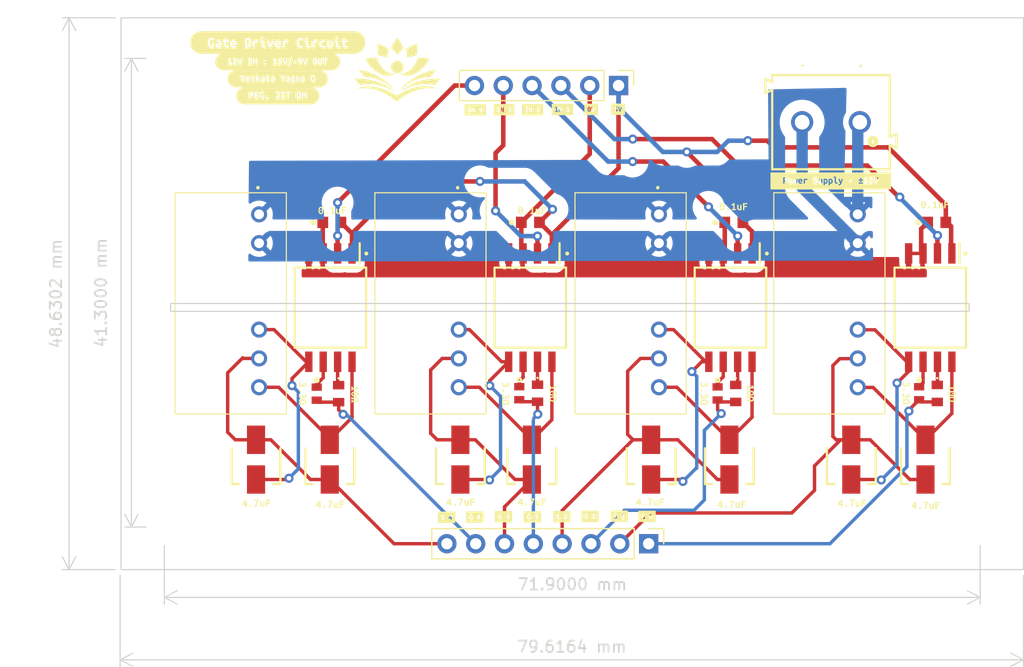
<source format=kicad_pcb>
(kicad_pcb (version 20221018) (generator pcbnew)
  (layers (0 "F.Cu" signal) (31 "B.Cu" signal) (34 "B.Paste" user) (35 "F.Paste" user) (36 "B.SilkS" user "B.Silkscreen") (37 "F.SilkS" user "F.Silkscreen") (38 "B.Mask" user) (39 "F.Mask" user) (44 "Edge.Cuts" user))
  (net 0 "")
  (net 1 "0V")
  (net 2 "5V")
  (net 3 "Net-(IC1-VCC2)")
  (net 4 "TS3")
  (net 5 "Net-(IC1-VEE2)")
  (net 6 "Net-(IC2-VCC2)")
  (net 7 "TS4")
  (net 8 "Net-(IC2-VEE2)")
  (net 9 "Net-(IC3-VCC2)")
  (net 10 "TS5")
  (net 11 "Net-(IC3-VEE2)")
  (net 12 "Net-(IC4-VCC2)")
  (net 13 "TS6")
  (net 14 "Net-(IC4-VEE2)")
  (net 15 "IN1")
  (net 16 "Net-(IC1-OUT-)")
  (net 17 "Net-(IC1-OUT+)")
  (net 18 "IN2")
  (net 19 "Net-(IC2-OUT-)")
  (net 20 "Net-(IC2-OUT+)")
  (net 21 "IN3")
  (net 22 "Net-(IC3-OUT-)")
  (net 23 "Net-(IC3-OUT+)")
  (net 24 "IN4")
  (net 25 "Net-(IC4-OUT-)")
  (net 26 "Net-(IC4-OUT+)")
  (net 27 "+12V")
  (net 28 "-12V")
  (net 29 "TG3")
  (net 30 "TG6")
  (net 31 "TG5")
  (net 32 "TG4")
  (footprint "Resistor_3R3:ERJUP3" (layer "F.Cu") (at 130.845 93.74 -90)
    (fp_text reference "R4" hide)
    (fp_text value "ERJ-UP3J3R3V" hide)
    (pad "1" smd rect (at -0.575 0 270) (size 0.65 0.9) (layers "F.Cu" "F.Paste" "F.Mask") (net 19 "Net-(IC2-OUT-)"))
    (pad "2" smd rect (at 0.575 0 270) (size 0.65 0.9) (layers "F.Cu" "F.Paste" "F.Mask") (net 32 "TG4"))
  )
  (footprint "691213510002:691213510002" (layer "F.Cu") (at 140.835 69.835 180)
    (fp_text reference "J1" hide)
    (fp_text value "691213510002" hide)
    (pad "1" thru_hole circle (at -2.54 0 180) (size 1.95 1.95) (drill 1.3) (layers "*.Cu" "*.Mask") (net 27 "+12V"))
    (pad "2" thru_hole circle (at 2.54 0 180) (size 1.95 1.95) (drill 1.3) (layers "*.Cu" "*.Mask") (net 28 "-12V"))
  )
  (footprint "Capacitor_SDM(4.7):EEE1AA220WR" (layer "F.Cu") (at 114.475 99.575 -90)
    (fp_text reference "C8" hide)
    (fp_text value "EEE1HA4R7WAR" hide)
    (pad "1" smd rect (at -1.75 0) (size 1.6 2.5) (layers "F.Cu" "F.Paste" "F.Mask") (net 9 "Net-(IC3-VCC2)"))
    (pad "2" smd rect (at 1.75 0) (size 1.6 2.5) (layers "F.Cu" "F.Paste" "F.Mask") (net 10 "TS5"))
  )
  (footprint "kibuzzard-6538C1B4" (layer "F.Cu") (at 94.265 93.745 -90)
    (fp_text reference "kibuzzard-6538C1B4" hide)
    (fp_text value "G***" hide)
  )
  (footprint "kibuzzard-6538C1AB" (layer "F.Cu") (at 98.885 93.815 -90)
    (fp_text reference "kibuzzard-6538C1AB" hide)
    (fp_text value "G***" hide)
  )
  (footprint "Resistor(10ohms):RCS0603_E3" (layer "F.Cu") (at 97.445 93.76 -90)
    (fp_text reference "R7" hide)
    (fp_text value "RCS060310R0JNEA" hide)
    (pad "1" smd rect (at -0.75 0 270) (size 0.75 1) (layers "F.Cu" "F.Paste" "F.Mask") (net 26 "Net-(IC4-OUT+)"))
    (pad "2" smd rect (at 0.75 0 270) (size 0.75 1) (layers "F.Cu" "F.Paste" "F.Mask") (net 30 "TG6"))
  )
  (footprint "kibuzzard-6538C1AB" (layer "F.Cu") (at 151.515 93.765 -90)
    (fp_text reference "kibuzzard-6538C1AB" hide)
    (fp_text value "G***" hide)
  )
  (footprint "kibuzzard-6538C1C8" (layer "F.Cu") (at 143.445 64.885)
    (fp_text reference "kibuzzard-6538C1C8" hide)
    (fp_text value "G***" hide)
  )
  (footprint "kibuzzard-6538C299" (layer "F.Cu") (at 109.48 68.755)
    (fp_text reference "kibuzzard-6538C299" hide)
    (fp_text value "G***" hide)
  )
  (footprint "kibuzzard-654732F0" (layer "F.Cu") (at 92.075 64.515)
    (fp_text reference "kibuzzard-654732F0" hide)
    (fp_text value "G***" hide)
  )
  (footprint "kibuzzard-6538C2DE" (layer "F.Cu") (at 117.115 104.605)
    (fp_text reference "kibuzzard-6538C2DE" hide)
    (fp_text value "G***" hide)
  )
  (footprint "kibuzzard-6538C335" (layer "F.Cu") (at 106.955 104.655)
    (fp_text reference "kibuzzard-6538C335" hide)
    (fp_text value "G***" hide)
  )
  (footprint "Capacitor_SDM(4.7):EEE1AA220WR" (layer "F.Cu") (at 149.165 99.575 -90)
    (fp_text reference "C2" hide)
    (fp_text value "EEE1HA4R7WAR" hide)
    (pad "1" smd rect (at -1.75 0) (size 1.6 2.5) (layers "F.Cu" "F.Paste" "F.Mask") (net 3 "Net-(IC1-VCC2)"))
    (pad "2" smd rect (at 1.75 0) (size 1.6 2.5) (layers "F.Cu" "F.Paste" "F.Mask") (net 4 "TS3"))
  )
  (footprint "kibuzzard-6538C1CF" (layer "F.Cu") (at 138.315 64.845)
    (fp_text reference "kibuzzard-6538C1CF" hide)
    (fp_text value "G***" hide)
  )
  (footprint "kibuzzard-6538C1B4" (layer "F.Cu") (at 147.475 93.715 -90)
    (fp_text reference "kibuzzard-6538C1B4" hide)
    (fp_text value "G***" hide)
  )
  (footprint "Connector_PinHeader_2.54mm:PinHeader_1x06_P2.54mm_Vertical" (layer "F.Cu") (at 122.115 66.605 -90)
    (fp_text reference "J2" hide)
    (fp_text value "Conn_01x06_Pin" hide)
    (pad "1" thru_hole rect (at 0 0 270) (size 1.7 1.7) (drill 1) (layers "*.Cu" "*.Mask") (net 2 "5V"))
    (pad "2" thru_hole oval (at 0 2.54 270) (size 1.7 1.7) (drill 1) (layers "*.Cu" "*.Mask") (net 1 "0V"))
    (pad "3" thru_hole oval (at 0 5.08 270) (size 1.7 1.7) (drill 1) (layers "*.Cu" "*.Mask") (net 15 "IN1"))
    (pad "4" thru_hole oval (at 0 7.62 270) (size 1.7 1.7) (drill 1) (layers "*.Cu" "*.Mask") (net 18 "IN2"))
    (pad "5" thru_hole oval (at 0 10.16 270) (size 1.7 1.7) (drill 1) (layers "*.Cu" "*.Mask") (net 21 "IN3"))
    (pad "6" thru_hole oval (at 0 12.7 270) (size 1.7 1.7) (drill 1) (layers "*.Cu" "*.Mask") (net 24 "IN4"))
  )
  (footprint "kibuzzard-6538C30F" (layer "F.Cu") (at 111.975 104.605)
    (fp_text reference "kibuzzard-6538C30F" hide)
    (fp_text value "G***" hide)
  )
  (footprint "Connector_PinHeader_2.54mm:PinHeader_1x08_P2.54mm_Vertical" (layer "F.Cu") (at 124.765 106.985 -90)
    (fp_text reference "J3" hide)
    (fp_text value "Conn_01x08_Pin" hide)
    (pad "1" thru_hole rect (at 0 0 270) (size 1.7 1.7) (drill 1) (layers "*.Cu" "*.Mask") (net 29 "TG3"))
    (pad "2" thru_hole oval (at 0 2.54 270) (size 1.7 1.7) (drill 1) (layers "*.Cu" "*.Mask") (net 4 "TS3"))
    (pad "3" thru_hole oval (at 0 5.08 270) (size 1.7 1.7) (drill 1) (layers "*.Cu" "*.Mask") (net 32 "TG4"))
    (pad "4" thru_hole oval (at 0 7.62 270) (size 1.7 1.7) (drill 1) (layers "*.Cu" "*.Mask") (net 7 "TS4"))
    (pad "5" thru_hole oval (at 0 10.16 270) (size 1.7 1.7) (drill 1) (layers "*.Cu" "*.Mask") (net 31 "TG5"))
    (pad "6" thru_hole oval (at 0 12.7 270) (size 1.7 1.7) (drill 1) (layers "*.Cu" "*.Mask") (net 10 "TS5"))
    (pad "7" thru_hole oval (at 0 15.24 270) (size 1.7 1.7) (drill 1) (layers "*.Cu" "*.Mask") (net 30 "TG6"))
    (pad "8" thru_hole oval (at 0 17.78 270) (size 1.7 1.7) (drill 1) (layers "*.Cu" "*.Mask") (net 13 "TS6"))
  )
  (footprint "kibuzzard-6541E0B2" (layer "F.Cu") (at 92.085 67.515)
    (fp_text reference "kibuzzard-6541E0B2" hide)
    (fp_text value "G***" hide)
  )
  (footprint "kibuzzard-6538C1BA" (layer "F.Cu") (at 114.485 103.315)
    (fp_text reference "kibuzzard-6538C1BA" hide)
    (fp_text value "G***" hide)
  )
  (footprint "Capacitor_SMD_film(0.1uF):C0603" (layer "F.Cu") (at 132.275 78.665)
    (fp_text reference "C1" hide)
    (fp_text value "C0603C104K3PACTU" hide)
    (pad "1" smd rect (at -0.8 0) (size 0.95 1) (layers "F.Cu" "F.Paste" "F.Mask") (net 1 "0V"))
    (pad "2" smd rect (at 0.8 0) (size 0.95 1) (layers "F.Cu" "F.Paste" "F.Mask") (net 2 "5V"))
  )
  (footprint "kibuzzard-6538C053" (layer "F.Cu") (at 152.685 81.415 -90)
    (fp_text reference "kibuzzard-6538C053" hide)
    (fp_text value "G***" hide)
  )
  (footprint "Power Supply_Gate Driver:R12P21503D" (layer "F.Cu") (at 108.035 77.955 -90)
    (fp_text reference "PS3" hide)
    (fp_text value "R12P21503D" hide)
    (pad "1" thru_hole circle (at 0 0 270) (size 1.414 1.414) (drill 0.87) (layers "*.Cu" "*.Mask") (net 27 "+12V"))
    (pad "2" thru_hole circle (at 2.54 0 270) (size 1.414 1.414) (drill 0.87) (layers "*.Cu" "*.Mask") (net 28 "-12V"))
    (pad "5" thru_hole circle (at 10.16 0 270) (size 1.414 1.414) (drill 0.87) (layers "*.Cu" "*.Mask") (net 11 "Net-(IC3-VEE2)"))
    (pad "6" thru_hole circle (at 12.7 0 270) (size 1.414 1.414) (drill 0.87) (layers "*.Cu" "*.Mask") (net 10 "TS5"))
    (pad "7" thru_hole circle (at 15.24 0 270) (size 1.414 1.414) (drill 0.87) (layers "*.Cu" "*.Mask") (net 9 "Net-(IC3-VCC2)"))
  )
  (footprint "Resistor_3R3:ERJUP3" (layer "F.Cu") (at 148.605 93.725 -90)
    (fp_text reference "R2" hide)
    (fp_text value "ERJ-UP3J3R3V" hide)
    (pad "1" smd rect (at -0.575 0 270) (size 0.65 0.9) (layers "F.Cu" "F.Paste" "F.Mask") (net 16 "Net-(IC1-OUT-)"))
    (pad "2" smd rect (at 0.575 0 270) (size 0.65 0.9) (layers "F.Cu" "F.Paste" "F.Mask") (net 29 "TG3"))
  )
  (footprint "kibuzzard-6538C2F6" (layer "F.Cu") (at 114.525 104.625)
    (fp_text reference "kibuzzard-6538C2F6" hide)
    (fp_text value "G***" hide)
  )
  (footprint "Gate driver IC:SOIC127P1030X265-8N" (layer "F.Cu") (at 149.585 86.175 -90)
    (fp_text reference "IC1" hide)
    (fp_text value "1ED3122MU12HXUMA1" hide)
    (pad "1" smd rect (at -4.775 -1.905) (size 0.65 1.8) (layers "F.Cu" "F.Paste" "F.Mask") (net 2 "5V"))
    (pad "2" smd rect (at -4.775 -0.635) (size 0.65 1.8) (layers "F.Cu" "F.Paste" "F.Mask") (net 15 "IN1"))
    (pad "3" smd rect (at -4.775 0.635) (size 0.65 1.8) (layers "F.Cu" "F.Paste" "F.Mask") (net 1 "0V"))
    (pad "4" smd rect (at -4.775 1.905) (size 0.65 1.8) (layers "F.Cu" "F.Paste" "F.Mask") (net 1 "0V"))
    (pad "5" smd rect (at 4.775 1.905) (size 0.65 1.8) (layers "F.Cu" "F.Paste" "F.Mask") (net 5 "Net-(IC1-VEE2)"))
    (pad "6" smd rect (at 4.775 0.635) (size 0.65 1.8) (layers "F.Cu" "F.Paste" "F.Mask") (net 16 "Net-(IC1-OUT-)"))
    (pad "7" smd rect (at 4.775 -0.635) (size 0.65 1.8) (layers "F.Cu" "F.Paste" "F.Mask") (net 17 "Net-(IC1-OUT+)"))
    (pad "8" smd rect (at 4.775 -1.905) (size 0.65 1.8) (layers "F.Cu" "F.Paste" "F.Mask") (net 3 "Net-(IC1-VCC2)"))
  )
  (footprint "kibuzzard-6538C2B9" (layer "F.Cu") (at 122.175 104.555)
    (fp_text reference "kibuzzard-6538C2B9" hide)
    (fp_text value "G***" hide)
  )
  (footprint "kibuzzard-6538C42C" (layer "F.Cu") (at 140.815 75.015)
    (fp_text reference "kibuzzard-6538C42C" hide)
    (fp_text value "G***" hide)
  )
  (footprint "kibuzzard-6538C049" (layer "F.Cu") (at 135.185 81.415 -90)
    (fp_text reference "kibuzzard-6538C049" hide)
    (fp_text value "G***" hide)
  )
  (footprint "Capacitor_SDM(4.7):EEE1AA220WR" (layer "F.Cu") (at 108.175 99.575 -90)
    (fp_text reference "C9" hide)
    (fp_text value "EEE1HA4R7WAR" hide)
    (pad "1" smd rect (at -1.75 0) (size 1.6 2.5) (layers "F.Cu" "F.Paste" "F.Mask") (net 10 "TS5"))
    (pad "2" smd rect (at 1.75 0) (size 1.6 2.5) (layers "F.Cu" "F.Paste" "F.Mask") (net 11 "Net-(IC3-VEE2)"))
  )
  (footprint "Resistor(10ohms):RCS0603_E3" (layer "F.Cu") (at 132.44 93.74 -90)
    (fp_text reference "R3" hide)
    (fp_text value "RCS060310R0JNEA" hide)
    (pad "1" smd rect (at -0.75 0 270) (size 0.75 1) (layers "F.Cu" "F.Paste" "F.Mask") (net 20 "Net-(IC2-OUT+)"))
    (pad "2" smd rect (at 0.75 0 270) (size 0.75 1) (layers "F.Cu" "F.Paste" "F.Mask") (net 32 "TG4"))
  )
  (footprint "kibuzzard-6538C1BA" (layer "F.Cu") (at 149.185 103.615)
    (fp_text reference "kibuzzard-6538C1BA" hide)
    (fp_text value "G***" hide)
  )
  (footprint "kibuzzard-6538C1BA" (layer "F.Cu") (at 108.185 103.315)
    (fp_text reference "kibuzzard-6538C1BA" hide)
    (fp_text value "G***" hide)
  )
  (footprint "Capacitor_SDM(4.7):EEE1AA220WR" (layer "F.Cu") (at 96.665 99.575 -90)
    (fp_text reference "C11" hide)
    (fp_text value "EEE1HA4R7WAR" hide)
    (pad "1" smd rect (at -1.75 0) (size 1.6 2.5) (layers "F.Cu" "F.Paste" "F.Mask") (net 12 "Net-(IC4-VCC2)"))
    (pad "2" smd rect (at 1.75 0) (size 1.6 2.5) (layers "F.Cu" "F.Paste" "F.Mask") (net 13 "TS6"))
  )
  (footprint "Resistor_3R3:ERJUP3" (layer "F.Cu") (at 113.365 93.72 -90)
    (fp_text reference "R6" hide)
    (fp_text value "ERJ-UP3J3R3V" hide)
    (pad "1" smd rect (at -0.575 0 270) (size 0.65 0.9) (layers "F.Cu" "F.Paste" "F.Mask") (net 22 "Net-(IC3-OUT-)"))
    (pad "2" smd rect (at 0.575 0 270) (size 0.65 0.9) (layers "F.Cu" "F.Paste" "F.Mask") (net 31 "TG5"))
  )
  (footprint "kibuzzard-6538C1BA" (layer "F.Cu") (at 142.685 103.415)
    (fp_text reference "kibuzzard-6538C1BA" hide)
    (fp_text value "G***" hide)
  )
  (footprint "kibuzzard-6538C37E" (layer "F.Cu") (at 96.885 77.615)
    (fp_text reference "kibuzzard-6538C37E" hide)
    (fp_text value "G***" hide)
  )
  (footprint "Capacitor_SMD_film(0.1uF):C0603" (layer "F.Cu") (at 114.345 78.665)
    (fp_text reference "C10" hide)
    (fp_text value "C0603C104K3PACTU" hide)
    (pad "1" smd rect (at -0.8 0) (size 0.95 1) (layers "F.Cu" "F.Paste" "F.Mask") (net 1 "0V"))
    (pad "2" smd rect (at 0.8 0) (size 0.95 1) (layers "F.Cu" "F.Paste" "F.Mask") (net 2 "5V"))
  )
  (footprint "Resistor_3R3:ERJUP3" (layer "F.Cu") (at 95.515 93.76 -90)
    (fp_text reference "R8" hide)
    (fp_text value "ERJ-UP3J3R3V" hide)
    (pad "1" smd rect (at -0.575 0 270) (size 0.65 0.9) (layers "F.Cu" "F.Paste" "F.Mask") (net 25 "Net-(IC4-OUT-)"))
    (pad "2" smd rect (at 0.575 0 270) (size 0.65 0.9) (layers "F.Cu" "F.Paste" "F.Mask") (net 30 "TG6"))
  )
  (footprint "Capacitor_SMD_film(0.1uF):C0603" (layer "F.Cu") (at 96.845 78.665)
    (fp_text reference "C7" hide)
    (fp_text value "C0603C104K3PACTU" hide)
    (pad "1" smd rect (at -0.8 0) (size 0.95 1) (layers "F.Cu" "F.Paste" "F.Mask") (net 1 "0V"))
    (pad "2" smd rect (at 0.8 0) (size 0.95 1) (layers "F.Cu" "F.Paste" "F.Mask") (net 2 "5V"))
  )
  (footprint "Capacitor_SDM(4.7):EEE1AA220WR" (layer "F.Cu") (at 142.625 99.575 -90)
    (fp_text reference "C3" hide)
    (fp_text value "EEE1HA4R7WAR" hide)
    (pad "1" smd rect (at -1.75 0) (size 1.6 2.5) (layers "F.Cu" "F.Paste" "F.Mask") (net 4 "TS3"))
    (pad "2" smd rect (at 1.75 0) (size 1.6 2.5) (layers "F.Cu" "F.Paste" "F.Mask") (net 5 "Net-(IC1-VEE2)"))
  )
  (footprint "kibuzzard-6538C1B4" (layer "F.Cu") (at 129.675 93.755 -90)
    (fp_text reference "kibuzzard-6538C1B4" hide)
    (fp_text value "G***" hide)
  )
  (footprint "Capacitor_SDM(4.7):EEE1AA220WR" (layer "F.Cu") (at 124.985 99.575 -90)
    (fp_text reference "C6" hide)
    (fp_text value "EEE1HA4R7WAR" hide)
    (pad "1" smd rect (at -1.75 0) (size 1.6 2.5) (layers "F.Cu" "F.Paste" "F.Mask") (net 7 "TS4"))
    (pad "2" smd rect (at 1.75 0) (size 1.6 2.5) (layers "F.Cu" "F.Paste" "F.Mask") (net 8 "Net-(IC2-VEE2)"))
  )
  (footprint "Capacitor_SMD_film(0.1uF):C0603" (layer "F.Cu") (at 150.155 78.665)
    (fp_text reference "C4" hide)
    (fp_text value "C0603C104K3PACTU" hide)
    (pad "1" smd rect (at -0.8 0) (size 0.95 1) (layers "F.Cu" "F.Paste" "F.Mask") (net 1 "0V"))
    (pad "2" smd rect (at 0.8 0) (size 0.95 1) (layers "F.Cu" "F.Paste" "F.Mask") (net 2 "5V"))
  )
  (footprint "kibuzzard-6538C287" (layer "F.Cu") (at 112.025 68.735)
    (fp_text reference "kibuzzard-6538C287" hide)
    (fp_text value "G***" hide)
  )
  (footprint "kibuzzard-6538C37E" (layer "F.Cu") (at 132.245 77.275)
    (fp_text reference "kibuzzard-6538C37E" hide)
    (fp_text value "G***" hide)
  )
  (footprint "MountingHole:MountingHole_3.2mm_M3" (layer "F.Cu") (at 82.085 64.215 -90)
    (fp_text reference "H4" hide)
    (fp_text value "MountingHole")
    (pad "" np_thru_hole circle (at 0 0 270) (size 3.2 3.2) (drill 3.2) (layers "*.Cu" "*.Mask"))
  )
  (footprint "Gate driver IC:SOIC127P1030X265-8N" (layer "F.Cu") (at 96.72 86.175 -90)
    (fp_text reference "IC4" hide)
    (fp_text value "1ED3122MU12HXUMA1" hide)
    (pad "1" smd rect (at -4.775 -1.905) (size 0.65 1.8) (layers "F.Cu" "F.Paste" "F.Mask") (net 2 "5V"))
    (pad "2" smd rect (at -4.775 -0.635) (size 0.65 1.8) (layers "F.Cu" "F.Paste" "F.Mask") (net 24 "IN4"))
    (pad "3" smd rect (at -4.775 0.635) (size 0.65 1.8) (layers "F.Cu" "F.Paste" "F.Mask") (net 1 "0V"))
    (pad "4" smd rect (at -4.775 1.905) (size 0.65 1.8) (layers "F.Cu" "F.Paste" "F.Mask") (net 1 "0V"))
    (pad "5" smd rect (at 4.775 1.905) (size 0.65 1.8) (layers "F.Cu" "F.Paste" "F.Mask") (net 14 "Net-(IC4-VEE2)"))
    (pad "6" smd rect (at 4.775 0.635) (size 0.65 1.8) (layers "F.Cu" "F.Paste" "F.Mask") (net 25 "Net-(IC4-OUT-)"))
    (pad "7" smd rect (at 4.775 -0.635) (size 0.65 1.8) (layers "F.Cu" "F.Paste" "F.Mask") (net 26 "Net-(IC4-OUT+)"))
    (pad "8" smd rect (at 4.775 -1.905) (size 0.65 1.8) (layers "F.Cu" "F.Paste" "F.Mask") (net 12 "Net-(IC4-VCC2)"))
  )
  (footprint "kibuzzard-6538B5CC" (layer "F.Cu") (at 92.085 62.815)
    (fp_text reference "kibuzzard-6538B5CC" hide)
    (fp_text value "G***" hide)
  )
  (footprint "Gate driver IC:SOIC127P1030X265-8N" (layer "F.Cu") (at 131.975 86.175 -90)
    (fp_text reference "IC2" hide)
    (fp_text value "1ED3122MU12HXUMA1" hide)
    (pad "1" smd rect (at -4.775 -1.905) (size 0.65 1.8) (layers "F.Cu" "F.Paste" "F.Mask") (net 2 "5V"))
    (pad "2" smd rect (at -4.775 -0.635) (size 0.65 1.8) (layers "F.Cu" "F.Paste" "F.Mask") (net 18 "IN2"))
    (pad "3" smd rect (at -4.775 0.635) (size 0.65 1.8) (layers "F.Cu" "F.Paste" "F.Mask") (net 1 "0V"))
    (pad "4" smd rect (at -4.775 1.905) (size 0.65 1.8) (layers "F.Cu" "F.Paste" "F.Mask") (net 1 "0V"))
    (pad "5" smd rect (at 4.775 1.905) (size 0.65 1.8) (layers "F.Cu" "F.Paste" "F.Mask") (net 8 "Net-(IC2-VEE2)"))
    (pad "6" smd rect (at 4.775 0.635) (size 0.65 1.8) (layers "F.Cu" "F.Paste" "F.Mask") (net 19 "Net-(IC2-OUT-)"))
    (pad "7" smd rect (at 4.775 -0.635) (size 0.65 1.8) (layers "F.Cu" "F.Paste" "F.Mask") (net 20 "Net-(IC2-OUT+)"))
    (pad "8" smd rect (at 4.775 -1.905) (size 0.65 1.8) (layers "F.Cu" "F.Paste" "F.Mask") (net 6 "Net-(IC2-VCC2)"))
  )
  (footprint "kibuzzard-6538C2A7" (layer "F.Cu") (at 124.625 104.575)
    (fp_text reference "kibuzzard-6538C2A7" hide)
    (fp_text value "G***" hide)
  )
  (footprint "kibuzzard-6538C25C" (layer "F.Cu") (at 117.165 68.715)
    (fp_text reference "kibuzzard-6538C25C" hide)
    (fp_text value "G***" hide)
  )
  (footprint "kibuzzard-6538C1AB" (layer "F.Cu") (at 133.725 93.735 -90)
    (fp_text reference "kibuzzard-6538C1AB" hide)
    (fp_text value "G***" hide)
  )
  (footprint "Capacitor_SDM(4.7):EEE1AA220WR" (layer "F.Cu") (at 90.165 99.575 -90)
    (fp_text reference "C12" hide)
    (fp_text value "EEE1HA4R7WAR" hide)
    (pad "1" smd rect (at -1.75 0) (size 1.6 2.5) (layers "F.Cu" "F.Paste" "F.Mask") (net 13 "TS6"))
    (pad "2" smd rect (at 1.75 0) (size 1.6 2.5) (layers "F.Cu" "F.Paste" "F.Mask") (net 14 "Net-(IC4-VEE2)"))
  )
  (footprint "MountingHole:MountingHole_3.2mm_M3" (layer "F.Cu") (at 153.985 105.515 -90)
    (fp_text reference "H2" hide)
    (fp_text value "MountingHole")
    (pad "" np_thru_hole circle (at 0 0 270) (size 3.2 3.2) (drill 3.2) (layers "*.Cu" "*.Mask"))
  )
  (footprint "kibuzzard-6538C1BA" (layer "F.Cu") (at 132.085 103.515)
    (fp_text reference "kibuzzard-6538C1BA" hide)
    (fp_text value "G***" hide)
  )
  (footprint "kibuzzard-6538C37E" (layer "F.Cu") (at 114.485 77.615)
    (fp_text reference "kibuzzard-6538C37E" hide)
    (fp_text value "G***" hide)
  )
  (footprint "kibuzzard-6538C196" (layer "F.Cu") (at 122.075 68.695)
    (fp_text reference "kibuzzard-6538C196" hide)
    (fp_text value "G***" hide)
  )
  (footprint "kibuzzard-6538C23E" (layer "F.Cu") (at 119.705 68.705)
    (fp_text reference "kibuzzard-6538C23E" hide)
    (fp_text value "G***" hide)
  )
  (footprint "MountingHole:MountingHole_3.2mm_M3" (layer "F.Cu") (at 82.085 105.515 -90)
    (fp_text reference "H3" hide)
    (fp_text value "MountingHole")
    (pad "" np_thru_hole circle (at 0 0 270) (size 3.2 3.2) (drill 3.2) (layers "*.Cu" "*.Mask"))
  )
  (footprint "kibuzzard-6538C035" (layer "F.Cu") (at 99.885 81.415 -90)
    (fp_text reference "kibuzzard-6538C035" hide)
    (fp_text value "G***" hide)
  )
  (footprint "Resistor(10ohms):RCS0603_E3" (layer "F.Cu") (at 114.975 93.72 -90)
    (fp_text reference "R5" hide)
    (fp_text value "RCS060310R0JNEA" hide)
    (pad "1" smd rect (at -0.75 0 270) (size 0.75 1) (layers "F.Cu" "F.Paste" "F.Mask") (net 23 "Net-(IC3-OUT+)"))
    (pad "2" smd rect (at 0.75 0 270) (size 0.75 1) (layers "F.Cu" "F.Paste" "F.Mask") (net 31 "TG5"))
  )
  (footprint "kibuzzard-6538C318" (layer "F.Cu") (at 109.445 104.635)
    (fp_text reference "kibuzzard-6538C318" hide)
    (fp_text value "G***" hide)
  )
  (footprint "kibuzzard-6538C2CF" (layer "F.Cu") (at 119.605 104.575)
    (fp_text reference "kibuzzard-6538C2CF" hide)
    (fp_text value "G***" hide)
  )
  (footprint "kibuzzard-6538C1BA" (layer "F.Cu") (at 124.885 103.315)
    (fp_text reference "kibuzzard-6538C1BA" hide)
    (fp_text value "G***" hide)
  )
  (footprint "Power Supply_Gate Driver:R12P21503D" (layer "F.Cu") (at 125.675 77.955 -90)
    (fp_text reference "PS2" hide)
    (fp_text value "R12P21503D" hide)
    (pad "1" thru_hole circle (at 0 0 270) (size 1.414 1.414) (drill 0.87) (layers "*.Cu" "*.Mask") (net 27 "+12V"))
    (pad "2" thru_hole circle (at 2.54 0 270) (size 1.414 1.414) (drill 0.87) (layers "*.Cu" "*.Mask") (net 28 "-12V"))
    (pad "5" thru_hole circle (at 10.16 0 270) (size 1.414 1.414) (drill 0.87) (layers "*.Cu" "*.Mask") (net 8 "Net-(IC2-VEE2)"))
    (pad "6" thru_hole circle (at 12.7 0 270) (size 1.414 1.414) (drill 0.87) (layers "*.Cu" "*.Mask") (net 7 "TS4"))
    (pad "7" thru_hole circle (at 15.24 0 270) (size 1.414 1.414) (drill 0.87) (layers "*.Cu" "*.Mask") (net 6 "Net-(IC2-VCC2)"))
  )
  (footprint "Power Supply_Gate Driver:R12P21503D" (layer "F.Cu") (at 143.195 77.955 -90)
    (fp_text reference "PS1" hide)
    (fp_text value "R12P21503D" hide)
    (pad "1" thru_hole circle (at 0 0 270) (size 1.414 1.414) (drill 0.87) (layers "*.Cu" "*.Mask") (net 27 "+12V"))
    (pad "2" thru_hole circle (at 2.54 0 270) (size 1.414 1.414) (drill 0.87) (layers "*.Cu" "*.Mask") (net 28 "-12V"))
    (pad "5" thru_hole circle (at 10.16 0 270) (size 1.414 1.414) (drill 0.87) (layers "*.Cu" "*.Mask") (net 5 "Net-(IC1-VEE2)"))
    (pad "6" thru_hole circle (at 12.7 0 270) (size 1.414 1.414) (drill 0.87) (layers "*.Cu" "*.Mask") (net 4 "TS3"))
    (pad "7" thru_hole circle (at 15.24 0 270) (size 1.414 1.414) (drill 0.87) (layers "*.Cu" "*.Mask") (net 3 "Net-(IC1-VCC2)"))
  )
  (footprint "Power Supply_Gate Driver:R12P21503D" (layer "F.Cu") (at 90.435 77.955 -90)
    (fp_text reference "PS4" hide)
    (fp_text value "R12P21503D" hide)
    (pad "1" thru_hole circle (at 0 0 270) (size 1.414 1.414) (drill 0.87) (layers "*.Cu" "*.Mask") (net 27 "+12V"))
    (pad "2" thru_hole circle (at 2.54 0 270) (size 1.414 1.414) (drill 0.87) (layers "*.Cu" "*.Mask") (net 28 "-12V"))
    (pad "5" thru_hole circle (at 10.16 0 270) (size 1.414 1.414) (drill 0.87) (layers "*.Cu" "*.Mask") (net 14 "Net-(IC4-VEE2)"))
    (pad "6" thru_hole circle (at 12.7 0 270) (size 1.414 1.414) (drill 0.87) (layers "*.Cu" "*.Mask") (net 13 "TS6"))
    (pad "7" thru_hole circle (at 15.24 0 270) (size 1.414 1.414) (drill 0.87) (layers "*.Cu" "*.Mask") (net 12 "Net-(IC4-VCC2)"))
  )
  (footprint "kibuzzard-6538C0C5" (layer "F.Cu") (at 92.075 66.015)
    (fp_text reference "kibuzzard-6538C0C5" hide)
    (fp_text value "G***" hide)
  )
  (footprint "kibuzzard-6538C1AB" (layer "F.Cu") (at 116.345 93.745 -90)
    (fp_text reference "kibuzzard-6538C1AB" hide)
    (fp_text value "G***" hide)
  )
  (footprint "lib:iitdh" (layer "F.Cu") (at 102.685 65.215)
    (fp_text reference "G***" hide)
    (fp_text value "LOGO" hide)
  )
  (footprint "Capacitor_SDM(4.7):EEE1AA220WR" (layer "F.Cu") (at 131.885 99.575 -90)
    (fp_text reference "C5" hide)
    (fp_text value "EEE1HA4R7WAR" hide)
    (pad "1" smd rect (at -1.75 0) (size 1.6 2.5) (layers "F.Cu" "F.Paste" "F.Mask") (net 6 "Net-(IC2-VCC2)"))
    (pad "2" smd rect (at 1.75 0) (size 1.6 2.5) (layers "F.Cu" "F.Paste" "F.Mask") (net 7 "TS4"))
  )
  (footprint "kibuzzard-6538C1BA" (layer "F.Cu") (at 96.685 103.515)
    (fp_text reference "kibuzzard-6538C1BA" hide)
    (fp_text value "G***" hide)
  )
  (footprint "kibuzzard-6538C041" (layer "F.Cu") (at 117.585 81.415 -90)
    (fp_text reference "kibuzzard-6538C041" hide)
    (fp_text value "G***" hide)
  )
  (footprint "kibuzzard-6538C26B" (layer "F.Cu") (at 114.535 68.745)
    (fp_text reference "kibuzzard-6538C26B" hide)
    (fp_text value "G***" hide)
  )
  (footprint "kibuzzard-6538C37E" (layer "F.Cu") (at 149.985 77.105)
    (fp_text reference "kibuzzard-6538C37E" hide)
    (fp_text value "G***" hide)
  )
  (footprint "Gate driver IC:SOIC127P1030X265-8N" (layer "F.Cu") (at 114.335 86.175 -90)
    (fp_text reference "IC3" hide)
    (fp_text value "1ED3122MU12HXUMA1" hide)
    (pad "1" smd rect (at -4.775 -1.905) (size 0.65 1.8) (layers "F.Cu" "F.Paste" "F.Mask") (net 2 "5V"))
    (pad "2" smd rect (at -4.775 -0.635) (size 0.65 1.8) (layers "F.Cu" "F.Paste" "F.Mask") (net 21 "IN3"))
    (pad "3" smd rect (at -4.775 0.635) (size 0.65 1.8) (layers "F.Cu" "F.Paste" "F.Mask") (net 1 "0V"))
    (pad "4" smd rect (at -4.775 1.905) (size 0.65 1.8) (layers "F.Cu" "F.Paste" "F.Mask") (net 1 "0V"))
    (pad "5" smd rect (at 4.775 1.905) (size 0.65 1.8) (layers "F.Cu" "F.Paste" "F.Mask") (net 11 "Net-(IC3-VEE2)"))
    (pad "6" smd rect (at 4.775 0.635) (size 0.65 1.8) (layers "F.Cu" "F.Paste" "F.Mask") (net 22 "Net-(IC3-OUT-)"))
    (pad "7" smd rect (at 4.775 -0.635) (size 0.65 1.8) (layers "F.Cu" "F.Paste" "F.Mask") (net 23 "Net-(IC3-OUT+)"))
    (pad "8" smd rect (at 4.775 -1.905) (size 0.65 1.8) (layers "F.Cu" "F.Paste" "F.Mask") (net 9 "Net-(IC3-VCC2)"))
  )
  (footprint "kibuzzard-6538C1B4" (layer "F.Cu") (at 112.165 93.775 -90)
    (fp_text reference "kibuzzard-6538C1B4" hide)
    (fp_text value "G***" hide)
  )
  (footprint "Resistor(10ohms):RCS0603_E3" (layer "F.Cu") (at 150.205 93.74 -90)
    (fp_text reference "R1" hide)
    (fp_text value "RCS060310R0JNEA" hide)
    (pad "1" smd rect (at -0.75 0 270) (size 0.75 1) (layers "F.Cu" "F.Paste" "F.Mask") (net 17 "Net-(IC1-OUT+)"))
    (pad "2" smd rect (at 0.75 0 270) (size 0.75 1) (layers "F.Cu" "F.Paste" "F.Mask") (net 29 "TG3"))
  )
  (footprint "MountingHole:MountingHole_3.2mm_M3" (layer "F.Cu") (at 153.985 64.215 -90)
    (fp_text reference "H1" hide)
    (fp_text value "MountingHole")
    (pad "" np_thru_hole circle (at 0 0 270) (size 3.2 3.2) (drill 3.2) (layers "*.Cu" "*.Mask"))
  )
  (footprint "kibuzzard-6538C1BA" (layer "F.Cu") (at 90.185 103.415)
    (fp_text reference "kibuzzard-6538C1BA" hide)
    (fp_text value "G***" hide)
  )
  (gr_rect (start 82.629577 85.815) (end 153.015 86.505) (stroke (width 0.1)) (fill none) (layer "Edge.Cuts"))
  (gr_rect (start 78.265 60.635) (end 157.801426 109.265234) (stroke (width 0.1)) (fill none) (layer "Edge.Cuts"))
  (dimension (type aligned) (layer "Edge.Cuts") (pts (xy 157.801426 109.265234) (xy 78.185 109.265234)) (height -7.949766) (gr_text "79.6164 mm" (at 117.993213 116.065) (layer "Edge.Cuts") (effects (font (size 1 1) (thickness 0.15)))) (format (prefix "") (suffix "") (units 3) (units_format 1) (precision 4)) (style (thickness 0.1) (arrow_length 1.27) (text_position_mode 0) (extension_height 0.58642) (extension_offset 0.5) keep_text_aligned))
  (dimension (type aligned) (layer "Edge.Cuts") (pts (xy 82.085 64.215) (xy 82.085 105.515)) (height 2.9) (gr_text "41.3000 mm" (at 76.5 84.865 90) (layer "Edge.Cuts") (effects (font (size 1 1) (thickness 0.15)))) (format (prefix "") (suffix "") (units 3) (units_format 1) (precision 4)) (style (thickness 0.1) (arrow_length 1.27) (text_position_mode 2) (extension_height 0.58642) (extension_offset 0.5) keep_text_aligned))
  (dimension (type aligned) (layer "Edge.Cuts") (pts (xy 153.985 105.515) (xy 82.085 105.515)) (height -6.2) (gr_text "71.9000 mm" (at 118.035 110.565) (layer "Edge.Cuts") (effects (font (size 1 1) (thickness 0.15)))) (format (prefix "") (suffix "") (units 3) (units_format 1) (precision 4)) (style (thickness 0.1) (arrow_length 1.27) (text_position_mode 0) (extension_height 0.58642) (extension_offset 0.5) keep_text_aligned))
  (dimension (type aligned) (layer "Edge.Cuts") (pts (xy 78.265 60.635) (xy 78.265 109.265234)) (height 4.579999) (gr_text "48.6302 mm" (at 72.535001 84.950117 90) (layer "Edge.Cuts") (effects (font (size 1 1) (thickness 0.15)))) (format (prefix "") (suffix "") (units 3) (units_format 1) (precision 4)) (style (thickness 0.1) (arrow_length 1.27) (text_position_mode 0) (extension_height 0.58642) (extension_offset 0.5) keep_text_aligned))
  (segment (start 130.07 81.4) (end 131.34 81.4) (width 0.3) (layer "F.Cu") (net 1))
  (segment (start 147.68 81.4) (end 148.95 81.4) (width 0.3) (layer "F.Cu") (net 1))
  (segment (start 131.455 81.285) (end 131.34 81.4) (width 0.3) (layer "F.Cu") (net 1))
  (segment (start 148.785 81.235) (end 148.95 81.4) (width 0.4) (layer "F.Cu") (net 1))
  (segment (start 119.575 66.605) (end 119.575 72.635) (width 0.4) (layer "F.Cu") (net 1))
  (segment (start 149.355 78.665) (end 148.785 79.235) (width 0.4) (layer "F.Cu") (net 1))
  (segment (start 131.475 78.665) (end 131.475 81.265) (width 0.4) (layer "F.Cu") (net 1))
  (segment (start 148.785 79.235) (end 148.785 81.235) (width 0.4) (layer "F.Cu") (net 1))
  (segment (start 148.885 81.335) (end 148.95 81.4) (width 0.3) (layer "F.Cu") (net 1))
  (segment (start 131.475 81.265) (end 131.34 81.4) (width 0.4) (layer "F.Cu") (net 1))
  (segment (start 113.545 78.665) (end 113.545 81.245) (width 0.4) (layer "F.Cu") (net 1))
  (segment (start 119.575 72.635) (end 113.545 78.665) (width 0.4) (layer "F.Cu") (net 1))
  (segment (start 94.815 81.4) (end 96.085 81.4) (width 0.3) (layer "F.Cu") (net 1))
  (segment (start 112.43 81.4) (end 113.7 81.4) (width 0.3) (layer "F.Cu") (net 1))
  (segment (start 96.045 81.36) (end 96.085 81.4) (width 0.4) (layer "F.Cu") (net 1))
  (segment (start 113.545 81.245) (end 113.7 81.4) (width 0.4) (layer "F.Cu") (net 1))
  (segment (start 96.045 78.665) (end 96.045 81.36) (width 0.4) (layer "F.Cu") (net 1))
  (segment (start 151.425 79.015) (end 151.425 81.4) (width 0.4) (layer "F.Cu") (net 2))
  (segment (start 122.115 73.885) (end 116.24 79.76) (width 0.4) (layer "F.Cu") (net 2))
  (segment (start 133.075 77.395) (end 128.135 72.455) (width 0.4) (layer "F.Cu") (net 2))
  (segment (start 133.505 71.465) (end 135.215 71.465) (width 0.4) (layer "F.Cu") (net 2))
  (segment (start 98.625 79.645) (end 98.625 81.4) (width 0.4) (layer "F.Cu") (net 2))
  (segment (start 135.215 71.465) (end 135.805 72.055) (width 0.4) (layer "F.Cu") (net 2))
  (segment (start 133.88 79.47) (end 133.88 81.4) (width 0.4) (layer "F.Cu") (net 2))
  (segment (start 97.645 78.665) (end 98.625 79.645) (width 0.4) (layer "F.Cu") (net 2))
  (segment (start 150.955 77.125) (end 150.955 78.665) (width 0.4) (layer "F.Cu") (net 2))
  (segment (start 98.625 79.645) (end 103.215 75.055) (width 0.4) (layer "F.Cu") (net 2))
  (segment (start 151.075 78.665) (end 151.425 79.015) (width 0.4) (layer "F.Cu") (net 2))
  (segment (start 115.145 78.665) (end 116.24 79.76) (width 0.4) (layer "F.Cu") (net 2))
  (segment (start 103.215 75.055) (end 109.905 75.055) (width 0.4) (layer "F.Cu") (net 2))
  (segment (start 116.295 77.515) (end 115.145 78.665) (width 0.4) (layer "F.Cu") (net 2))
  (segment (start 122.115 66.605) (end 122.115 73.885) (width 0.4) (layer "F.Cu") (net 2))
  (segment (start 133.075 78.665) (end 133.075 77.395) (width 0.4) (layer "F.Cu") (net 2))
  (segment (start 133.075 78.665) (end 133.88 79.47) (width 0.4) (layer "F.Cu") (net 2))
  (segment (start 116.24 79.76) (end 116.24 81.4) (width 0.4) (layer "F.Cu") (net 2))
  (segment (start 135.805 72.055) (end 145.885 72.055) (width 0.4) (layer "F.Cu") (net 2))
  (segment (start 127.985 72.305) (end 128.135 72.455) (width 0.4) (layer "F.Cu") (net 2))
  (segment (start 145.885 72.055) (end 150.955 77.125) (width 0.4) (layer "F.Cu") (net 2))
  (segment (start 150.955 78.665) (end 151.075 78.665) (width 0.4) (layer "F.Cu") (net 2))
  (via (at 109.905 75.055) (size 0.8) (drill 0.4) (layers "F.Cu" "B.Cu") (net 2))
  (via (at 133.505 71.465) (size 0.8) (drill 0.4) (layers "F.Cu" "B.Cu") (net 2))
  (via (at 116.295 77.515) (size 0.8) (drill 0.4) (layers "F.Cu" "B.Cu") (net 2))
  (via (at 128.135 72.455) (size 0.8) (drill 0.4) (layers "F.Cu" "B.Cu") (net 2))
  (segment (start 122.115 68.555) (end 122.115 66.605) (width 0.4) (layer "B.Cu") (net 2))
  (segment (start 113.835 75.055) (end 109.905 75.055) (width 0.4) (layer "B.Cu") (net 2))
  (segment (start 116.295 77.515) (end 113.835 75.055) (width 0.4) (layer "B.Cu") (net 2))
  (segment (start 130.805 72.455) (end 128.135 72.455) (width 0.4) (layer "B.Cu") (net 2))
  (segment (start 128.135 72.455) (end 126.015 72.455) (width 0.4) (layer "B.Cu") (net 2))
  (segment (start 133.505 71.465) (end 131.795 71.465) (width 0.4) (layer "B.Cu") (net 2))
  (segment (start 131.795 71.465) (end 130.805 72.455) (width 0.4) (layer "B.Cu") (net 2))
  (segment (start 126.015 72.455) (end 122.115 68.555) (width 0.4) (layer "B.Cu") (net 2))
  (segment (start 143.405 93.215) (end 144.555 93.215) (width 0.3) (layer "F.Cu") (net 3))
  (segment (start 151.49 90.95) (end 151.49 95.5) (width 0.3) (layer "F.Cu") (net 3))
  (segment (start 144.555 93.215) (end 149.165 97.825) (width 0.3) (layer "F.Cu") (net 3))
  (segment (start 151.49 95.5) (end 149.165 97.825) (width 0.3) (layer "F.Cu") (net 3))
  (segment (start 141.615 90.675) (end 141.005 91.285) (width 0.3) (layer "F.Cu") (net 4))
  (segment (start 141.635 97.875) (end 141.635 97.825) (width 0.3) (layer "F.Cu") (net 4))
  (segment (start 143.405 90.675) (end 141.615 90.675) (width 0.3) (layer "F.Cu") (net 4))
  (segment (start 141.005 91.285) (end 141.005 97.535) (width 0.3) (layer "F.Cu") (net 4))
  (segment (start 122.225 106.985) (end 124.935 104.275) (width 0.3) (layer "F.Cu") (net 4))
  (segment (start 124.935 104.275) (end 137.385 104.275) (width 0.3) (layer "F.Cu") (net 4))
  (segment (start 144.285 97.825) (end 147.785 101.325) (width 0.3) (layer "F.Cu") (net 4))
  (segment (start 141.635 97.825) (end 142.625 97.825) (width 0.3) (layer "F.Cu") (net 4))
  (segment (start 137.385 104.275) (end 139.385 102.275) (width 0.3) (layer "F.Cu") (net 4))
  (segment (start 147.785 101.325) (end 149.165 101.325) (width 0.3) (layer "F.Cu") (net 4))
  (segment (start 139.385 102.275) (end 139.385 100.125) (width 0.3) (layer "F.Cu") (net 4))
  (segment (start 141.295 97.825) (end 141.635 97.825) (width 0.3) (layer "F.Cu") (net 4))
  (segment (start 141.005 97.535) (end 141.295 97.825) (width 0.3) (layer "F.Cu") (net 4))
  (segment (start 142.625 97.825) (end 144.285 97.825) (width 0.3) (layer "F.Cu") (net 4))
  (segment (start 139.385 100.125) (end 141.635 97.875) (width 0.3) (layer "F.Cu") (net 4))
  (segment (start 147.68 91.8) (end 146.655 92.825) (width 0.3) (layer "F.Cu") (net 5))
  (segment (start 145.225 101.325) (end 145.265 101.365) (width 0.3) (layer "F.Cu") (net 5))
  (segment (start 142.625 101.325) (end 145.225 101.325) (width 0.3) (layer "F.Cu") (net 5))
  (segment (start 144.705 88.135) (end 143.405 88.135) (width 0.3) (layer "F.Cu") (net 5))
  (segment (start 147.52 90.95) (end 144.705 88.135) (width 0.3) (layer "F.Cu") (net 5))
  (segment (start 147.68 90.95) (end 147.52 90.95) (width 0.3) (layer "F.Cu") (net 5))
  (segment (start 147.68 90.95) (end 147.68 91.8) (width 0.3) (layer "F.Cu") (net 5))
  (via (at 146.655 92.825) (size 0.8) (drill 0.4) (layers "F.Cu" "B.Cu") (net 5))
  (via (at 145.265 101.365) (size 0.8) (drill 0.4) (layers "F.Cu" "B.Cu") (net 5))
  (segment (start 145.265 101.365) (end 146.655 99.975) (width 0.3) (layer "B.Cu") (net 5))
  (segment (start 146.655 99.975) (end 146.655 92.825) (width 0.3) (layer "B.Cu") (net 5))
  (segment (start 133.88 90.95) (end 133.88 95.83) (width 0.3) (layer "F.Cu") (net 6))
  (segment (start 125.675 93.195) (end 127.255 93.195) (width 0.3) (layer "F.Cu") (net 6))
  (segment (start 127.255 93.195) (end 131.885 97.825) (width 0.3) (layer "F.Cu") (net 6))
  (segment (start 133.88 95.83) (end 131.885 97.825) (width 0.3) (layer "F.Cu") (net 6))
  (segment (start 124.985 97.825) (end 127.335 97.825) (width 0.3) (layer "F.Cu") (net 7))
  (segment (start 125.675 90.655) (end 124.045 90.655) (width 0.3) (layer "F.Cu") (net 7))
  (segment (start 122.915 97.355) (end 123.385 97.825) (width 0.3) (layer "F.Cu") (net 7))
  (segment (start 130.835 101.325) (end 131.885 101.325) (width 0.3) (layer "F.Cu") (net 7))
  (segment (start 124.045 90.655) (end 122.915 91.785) (width 0.3) (layer "F.Cu") (net 7))
  (segment (start 117.145 104.065) (end 123.385 97.825) (width 0.3) (layer "F.Cu") (net 7))
  (segment (start 117.145 106.985) (end 117.145 104.065) (width 0.3) (layer "F.Cu") (net 7))
  (segment (start 122.915 91.785) (end 122.915 97.355) (width 0.3) (layer "F.Cu") (net 7))
  (segment (start 127.335 97.825) (end 130.835 101.325) (width 0.3) (layer "F.Cu") (net 7))
  (segment (start 123.385 97.825) (end 124.985 97.825) (width 0.3) (layer "F.Cu") (net 7))
  (segment (start 124.985 101.325) (end 127.615 101.325) (width 0.3) (layer "F.Cu") (net 8))
  (segment (start 125.675 88.115) (end 126.955 88.115) (width 0.3) (layer "F.Cu") (net 8))
  (segment (start 127.615 101.325) (end 127.785 101.495) (width 0.3) (layer "F.Cu") (net 8))
  (segment (start 126.955 88.115) (end 129.79 90.95) (width 0.3) (layer "F.Cu") (net 8))
  (segment (start 128.575 91.815) (end 129.44 90.95) (width 0.3) (layer "F.Cu") (net 8))
  (segment (start 129.44 90.95) (end 130.07 90.95) (width 0.3) (layer "F.Cu") (net 8))
  (segment (start 129.79 90.95) (end 130.07 90.95) (width 0.3) (layer "F.Cu") (net 8))
  (via (at 128.575 91.815) (size 0.8) (drill 0.4) (layers "F.Cu" "B.Cu") (net 8))
  (via (at 127.785 101.495) (size 0.8) (drill 0.4) (layers "F.Cu" "B.Cu") (net 8))
  (segment (start 128.575 91.815) (end 129.005 92.245) (width 0.3) (layer "B.Cu") (net 8))
  (segment (start 129.005 92.245) (end 129.005 100.325) (width 0.3) (layer "B.Cu") (net 8))
  (segment (start 128.955 100.325) (end 127.785 101.495) (width 0.3) (layer "B.Cu") (net 8))
  (segment (start 129.005 100.325) (end 128.955 100.325) (width 0.3) (layer "B.Cu") (net 8))
  (segment (start 116.24 96.06) (end 114.475 97.825) (width 0.3) (layer "F.Cu") (net 9))
  (segment (start 109.845 93.195) (end 114.475 97.825) (width 0.3) (layer "F.Cu") (net 9))
  (segment (start 108.035 93.195) (end 109.845 93.195) (width 0.3) (layer "F.Cu") (net 9))
  (segment (start 116.24 90.95) (end 116.24 96.06) (width 0.3) (layer "F.Cu") (net 9))
  (segment (start 105.555 97.255) (end 106.125 97.825) (width 0.3) (layer "F.Cu") (net 10))
  (segment (start 108.035 90.655) (end 106.575 90.655) (width 0.3) (layer "F.Cu") (net 10))
  (segment (start 109.485 97.825) (end 108.175 97.825) (width 0.3) (layer "F.Cu") (net 10))
  (segment (start 105.555 91.675) (end 105.555 97.255) (width 0.3) (layer "F.Cu") (net 10))
  (segment (start 106.125 97.825) (end 108.175 97.825) (width 0.3) (layer "F.Cu") (net 10))
  (segment (start 106.575 90.655) (end 105.555 91.675) (width 0.3) (layer "F.Cu") (net 10))
  (segment (start 112.985 101.325) (end 109.485 97.825) (width 0.3) (layer "F.Cu") (net 10))
  (segment (start 112.065 106.985) (end 112.065 103.735) (width 0.3) (layer "F.Cu") (net 10))
  (segment (start 112.065 103.735) (end 114.475 101.325) (width 0.3) (layer "F.Cu") (net 10))
  (segment (start 114.475 101.325) (end 112.985 101.325) (width 0.3) (layer "F.Cu") (net 10))
  (segment (start 110.759977 93.050023) (end 110.759977 92.620023) (width 0.3) (layer "F.Cu") (net 11))
  (segment (start 110.759977 92.620023) (end 112.43 90.95) (width 0.3) (layer "F.Cu") (net 11))
  (segment (start 108.975 88.115) (end 108.035 88.115) (width 0.3) (layer "F.Cu") (net 11))
  (segment (start 108.175 101.325) (end 110.705 101.325) (width 0.3) (layer "F.Cu") (net 11))
  (segment (start 110.705 101.325) (end 110.745 101.365) (width 0.3) (layer "F.Cu") (net 11))
  (segment (start 112.43 90.95) (end 111.81 90.95) (width 0.3) (layer "F.Cu") (net 11))
  (segment (start 111.81 90.95) (end 108.975 88.115) (width 0.3) (layer "F.Cu") (net 11))
  (via (at 110.759977 93.050023) (size 0.8) (drill 0.4) (layers "F.Cu" "B.Cu") (net 11))
  (via (at 110.745 101.365) (size 0.8) (drill 0.4) (layers "F.Cu" "B.Cu") (net 11))
  (segment (start 110.759977 93.050023) (end 111.715 94.005046) (width 0.3) (layer "B.Cu") (net 11))
  (segment (start 111.715 94.005046) (end 111.715 100.395) (width 0.3) (layer "B.Cu") (net 11))
  (segment (start 111.715 100.395) (end 110.745 101.365) (width 0.3) (layer "B.Cu") (net 11))
  (segment (start 96.665 97.705) (end 96.665 97.825) (width 0.3) (layer "F.Cu") (net 12))
  (segment (start 90.435 93.195) (end 92.155 93.195) (width 0.3) (layer "F.Cu") (net 12))
  (segment (start 92.155 93.195) (end 96.665 97.705) (width 0.3) (layer "F.Cu") (net 12))
  (segment (start 98.625 90.95) (end 98.625 95.865) (width 0.3) (layer "F.Cu") (net 12))
  (segment (start 98.625 95.865) (end 96.665 97.825) (width 0.3) (layer "F.Cu") (net 12))
  (segment (start 88.335 97.825) (end 90.165 97.825) (width 0.3) (layer "F.Cu") (net 13))
  (segment (start 94.965 101.325) (end 96.665 101.325) (width 0.3) (layer "F.Cu") (net 13))
  (segment (start 88.985 90.605) (end 87.665 91.925) (width 0.3) (layer "F.Cu") (net 13))
  (segment (start 106.985 106.985) (end 102.325 106.985) (width 0.3) (layer "F.Cu") (net 13))
  (segment (start 90.165 97.825) (end 91.465 97.825) (width 0.3) (layer "F.Cu") (net 13))
  (segment (start 91.465 97.825) (end 94.965 101.325) (width 0.3) (layer "F.Cu") (net 13))
  (segment (start 102.325 106.985) (end 96.665 101.325) (width 0.3) (layer "F.Cu") (net 13))
  (segment (start 87.665 97.155) (end 88.335 97.825) (width 0.3) (layer "F.Cu") (net 13))
  (segment (start 90.435 90.655) (end 89.035 90.655) (width 0.3) (layer "F.Cu") (net 13))
  (segment (start 87.665 91.925) (end 87.665 97.155) (width 0.3) (layer "F.Cu") (net 13))
  (segment (start 89.035 90.655) (end 88.985 90.605) (width 0.3) (layer "F.Cu") (net 13))
  (segment (start 93.335 92.43) (end 94.815 90.95) (width 0.3) (layer "F.Cu") (net 14))
  (segment (start 91.744441 88.115) (end 94.579441 90.95) (width 0.3) (layer "F.Cu") (net 14))
  (segment (start 92.955 101.325) (end 93.065 101.215) (width 0.3) (layer "F.Cu") (net 14))
  (segment (start 90.435 88.115) (end 91.744441 88.115) (width 0.3) (layer "F.Cu") (net 14))
  (segment (start 90.165 101.325) (end 92.955 101.325) (width 0.3) (layer "F.Cu") (net 14))
  (segment (start 93.335 93.055) (end 93.335 92.43) (width 0.3) (layer "F.Cu") (net 14))
  (segment (start 94.579441 90.95) (end 94.815 90.95) (width 0.3) (layer "F.Cu") (net 14))
  (via (at 93.335 93.055) (size 0.8) (drill 0.4) (layers "F.Cu" "B.Cu") (net 14))
  (via (at 93.065 101.215) (size 0.8) (drill 0.4) (layers "F.Cu" "B.Cu") (net 14))
  (segment (start 93.895 100.385) (end 93.065 101.215) (width 0.3) (layer "B.Cu") (net 14))
  (segment (start 93.335 93.055) (end 93.895 93.615) (width 0.3) (layer "B.Cu") (net 14))
  (segment (start 93.895 93.615) (end 93.895 100.385) (width 0.3) (layer "B.Cu") (net 14))
  (segment (start 130.355 71.325) (end 123.365 71.325) (width 0.4) (layer "F.Cu") (net 15))
  (segment (start 144.035 73.655) (end 132.685 73.655) (width 0.4) (layer "F.Cu") (net 15))
  (segment (start 146.895 76.435) (end 146.815 76.435) (width 0.4) (layer "F.Cu") (net 15))
  (segment (start 150.22 81.4) (end 150.22 79.82) (width 0.4) (layer "F.Cu") (net 15))
  (segment (start 146.815 76.435) (end 144.035 73.655) (width 0.4) (layer "F.Cu") (net 15))
  (segment (start 150.22 79.82) (end 150.225 79.815) (width 0.4) (layer "F.Cu") (net 15))
  (segment (start 132.685 73.655) (end 130.355 71.325) (width 0.4) (layer "F.Cu") (net 15))
  (via (at 146.895 76.435) (size 0.8) (drill 0.4) (layers "F.Cu" "B.Cu") (net 15))
  (via (at 150.225 79.815) (size 0.8) (drill 0.4) (layers "F.Cu" "B.Cu") (net 15))
  (via (at 123.365 71.325) (size 0.8) (drill 0.4) (layers "F.Cu" "B.Cu") (net 15))
  (segment (start 121.755 71.325) (end 117.035 66.605) (width 0.4) (layer "B.Cu") (net 15))
  (segment (start 123.365 71.325) (end 121.755 71.325) (width 0.4) (layer "B.Cu") (net 15))
  (segment (start 150.225 79.815) (end 146.895 76.485) (width 0.4) (layer "B.Cu") (net 15))
  (segment (start 146.895 76.485) (end 146.895 76.435) (width 0.4) (layer "B.Cu") (net 15))
  (segment (start 148.95 90.95) (end 148.95 92.805) (width 0.3) (layer "F.Cu") (net 16))
  (segment (start 148.95 92.805) (end 148.605 93.15) (width 0.3) (layer "F.Cu") (net 16))
  (segment (start 150.22 92.975) (end 150.205 92.99) (width 0.3) (layer "F.Cu") (net 17))
  (segment (start 150.22 90.95) (end 150.22 92.975) (width 0.3) (layer "F.Cu") (net 17))
  (segment (start 130.045 77.295) (end 126.055 73.305) (width 0.4) (layer "F.Cu") (net 18))
  (segment (start 126.055 73.305) (end 123.355 73.305) (width 0.4) (layer "F.Cu") (net 18))
  (segment (start 132.61 81.4) (end 132.61 79.87) (width 0.4) (layer "F.Cu") (net 18))
  (segment (start 132.61 79.87) (end 132.615 79.865) (width 0.4) (layer "F.Cu") (net 18))
  (via (at 123.355 73.305) (size 0.8) (drill 0.4) (layers "F.Cu" "B.Cu") (net 18))
  (via (at 130.045 77.295) (size 0.8) (drill 0.4) (layers "F.Cu" "B.Cu") (net 18))
  (via (at 132.615 79.865) (size 0.8) (drill 0.4) (layers "F.Cu" "B.Cu") (net 18))
  (segment (start 123.355 73.305) (end 121.195 73.305) (width 0.4) (layer "B.Cu") (net 18))
  (segment (start 121.195 73.305) (end 114.495 66.605) (width 0.4) (layer "B.Cu") (net 18))
  (segment (start 132.615 79.865) (end 130.045 77.295) (width 0.4) (layer "B.Cu") (net 18))
  (segment (start 130.845 93.165) (end 130.845 92.765) (width 0.3) (layer "F.Cu") (net 19))
  (segment (start 131.34 92.27) (end 131.34 90.95) (width 0.3) (layer "F.Cu") (net 19))
  (segment (start 130.845 92.765) (end 131.34 92.27) (width 0.3) (layer "F.Cu") (net 19))
  (segment (start 132.61 92.82) (end 132.44 92.99) (width 0.3) (layer "F.Cu") (net 20))
  (segment (start 132.61 90.95) (end 132.61 92.82) (width 0.3) (layer "F.Cu") (net 20))
  (segment (start 114.97 81.4) (end 114.97 79.88) (width 0.4) (layer "F.Cu") (net 21))
  (segment (start 114.97 79.88) (end 114.965 79.875) (width 0.4) (layer "F.Cu") (net 21))
  (segment (start 111.275 77.645) (end 111.275 72.555) (width 0.4) (layer "F.Cu") (net 21))
  (segment (start 111.275 72.555) (end 111.955 71.875) (width 0.4) (layer "F.Cu") (net 21))
  (segment (start 111.955 71.875) (end 111.955 66.605) (width 0.4) (layer "F.Cu") (net 21))
  (via (at 111.275 77.645) (size 0.8) (drill 0.4) (layers "F.Cu" "B.Cu") (net 21))
  (via (at 114.965 79.875) (size 0.8) (drill 0.4) (layers "F.Cu" "B.Cu") (net 21))
  (segment (start 113.505 79.875) (end 111.275 77.645) (width 0.4) (layer "B.Cu") (net 21))
  (segment (start 114.965 79.875) (end 113.505 79.875) (width 0.4) (layer "B.Cu") (net 21))
  (segment (start 113.7 92.3) (end 113.7 90.95) (width 0.3) (layer "F.Cu") (net 22))
  (segment (start 113.705 92.305) (end 113.7 92.3) (width 0.3) (layer "F.Cu") (net 22))
  (segment (start 113.365 92.645) (end 113.705 92.305) (width 0.3) (layer "F.Cu") (net 22))
  (segment (start 113.365 93.145) (end 113.365 92.645) (width 0.3) (layer "F.Cu") (net 22))
  (segment (start 114.97 90.95) (end 114.97 92.965) (width 0.3) (layer "F.Cu") (net 23))
  (segment (start 114.97 92.965) (end 114.975 92.97) (width 0.3) (layer "F.Cu") (net 23))
  (segment (start 97.355 81.975) (end 97.365 81.985) (width 0.3) (layer "F.Cu") (net 24))
  (segment (start 107.675 66.605) (end 109.415 66.605) (width 0.4) (layer "F.Cu") (net 24))
  (segment (start 97.355 76.925) (end 107.675 66.605) (width 0.4) (layer "F.Cu") (net 24))
  (segment (start 97.355 81.4) (end 97.355 79.845) (width 0.4) (layer "F.Cu") (net 24))
  (segment (start 97.355 81.4) (end 97.355 81.975) (width 0.3) (layer "F.Cu") (net 24))
  (via (at 97.355 76.925) (size 0.8) (drill 0.4) (layers "F.Cu" "B.Cu") (net 24))
  (via (at 97.355 79.845) (size 0.8) (drill 0.4) (layers "F.Cu" "B.Cu") (net 24))
  (segment (start 97.355 79.845) (end 97.355 76.925) (width 0.4) (layer "B.Cu") (net 24))
  (segment (start 95.515 93.185) (end 95.515 92.925) (width 0.3) (layer "F.Cu") (net 25))
  (segment (start 95.515 92.925) (end 96.085 92.355) (width 0.3) (layer "F.Cu") (net 25))
  (segment (start 96.085 92.355) (end 96.085 90.95) (width 0.3) (layer "F.Cu") (net 25))
  (segment (start 97.355 90.95) (end 97.355 92.92) (width 0.3) (layer "F.Cu") (net 26))
  (segment (start 97.355 92.92) (end 97.445 93.01) (width 0.3) (layer "F.Cu") (net 26))
  (segment (start 143.195 70.015) (end 143.375 69.835) (width 1) (layer "B.Cu") (net 27))
  (segment (start 143.195 77.955) (end 143.195 70.015) (width 1) (layer "B.Cu") (net 27))
  (segment (start 138.295 75.595) (end 138.295 69.835) (width 1) (layer "B.Cu") (net 28))
  (segment (start 143.195 80.495) (end 138.295 75.595) (width 1) (layer "B.Cu") (net 28))
  (segment (start 147.699977 95.205023) (end 148.605 94.3) (width 0.3) (layer "F.Cu") (net 29))
  (segment (start 148.795 94.49) (end 148.605 94.3) (width 0.3) (layer "F.Cu") (net 29))
  (segment (start 147.699977 95.300023) (end 147.699977 95.205023) (width 0.3) (layer "F.Cu") (net 29))
  (segment (start 150.205 94.49) (end 148.795 94.49) (width 0.3) (layer "F.Cu") (net 29))
  (via (at 147.699977 95.300023) (size 0.8) (drill 0.4) (layers "F.Cu" "B.Cu") (net 29))
  (segment (start 147.529977 95.470023) (end 147.529977 100.200023) (width 0.3) (layer "B.Cu") (net 29))
  (segment (start 147.699977 95.300023) (end 147.529977 95.470023) (width 0.3) (layer "B.Cu") (net 29))
  (segment (start 140.745 106.985) (end 124.765 106.985) (width 0.3) (layer "B.Cu") (net 29))
  (segment (start 147.529977 100.200023) (end 140.745 106.985) (width 0.3) (layer "B.Cu") (net 29))
  (segment (start 95.69 94.51) (end 95.515 94.335) (width 0.3) (layer "F.Cu") (net 30))
  (segment (start 97.445 94.51) (end 95.69 94.51) (width 0.3) (layer "F.Cu") (net 30))
  (segment (start 97.845273 95.584773) (end 97.445 95.1845) (width 0.3) (layer "F.Cu") (net 30))
  (segment (start 97.445 95.1845) (end 97.445 94.51) (width 0.3) (layer "F.Cu") (net 30))
  (via (at 97.845273 95.584773) (size 0.8) (drill 0.4) (layers "F.Cu" "B.Cu") (net 30))
  (segment (start 97.845273 95.584773) (end 98.124773 95.584773) (width 0.3) (layer "B.Cu") (net 30))
  (segment (start 98.124773 95.584773) (end 109.525 106.985) (width 0.3) (layer "B.Cu") (net 30))
  (segment (start 113.54 94.47) (end 113.365 94.295) (width 0.3) (layer "F.Cu") (net 31))
  (segment (start 114.975 95.555) (end 114.995 95.575) (width 0.3) (layer "F.Cu") (net 31))
  (segment (start 114.975 94.47) (end 114.975 95.555) (width 0.3) (layer "F.Cu") (net 31))
  (segment (start 114.975 94.47) (end 113.54 94.47) (width 0.3) (layer "F.Cu") (net 31))
  (via (at 114.995 95.575) (size 0.8) (drill 0.4) (layers "F.Cu" "B.Cu") (net 31))
  (segment (start 114.605 106.985) (end 114.605 95.965) (width 0.3) (layer "B.Cu") (net 31))
  (segment (start 114.605 95.965) (end 114.995 95.575) (width 0.3) (layer "B.Cu") (net 31))
  (segment (start 131.02 94.49) (end 130.845 94.315) (width 0.3) (layer "F.Cu") (net 32))
  (segment (start 132.44 94.49) (end 131.02 94.49) (width 0.3) (layer "F.Cu") (net 32))
  (segment (start 130.845 94.315) (end 130.845 95.195) (width 0.3) (layer "F.Cu") (net 32))
  (segment (start 130.845 95.195) (end 131.165 95.515) (width 0.3) (layer "F.Cu") (net 32))
  (via (at 131.165 95.515) (size 0.8) (drill 0.4) (layers "F.Cu" "B.Cu") (net 32))
  (segment (start 129.675 103.125) (end 129.675 97.005) (width 0.3) (layer "B.Cu") (net 32))
  (segment (start 119.685 106.985) (end 122.635 104.035) (width 0.3) (layer "B.Cu") (net 32))
  (segment (start 128.765 104.035) (end 129.675 103.125) (width 0.3) (layer "B.Cu") (net 32))
  (segment (start 129.675 97.005) (end 131.165 95.515) (width 0.3) (layer "B.Cu") (net 32))
  (segment (start 122.635 104.035) (end 128.765 104.035) (width 0.3) (layer "B.Cu") (net 32))
  (zone (net 1) (net_name "0V") (layer "F.Cu") (priority 1) (connect_pads (clearance 0.8)) (min_thickness 0.25) (fill yes (thermal_gap 0.5) (thermal_bridge_width 0.5))
    (polygon (pts (xy 94.185 81.715) (xy 94.185 83.515) (xy 149.285 83.515) (xy 149.285 81.715)))
  )
  (zone (net 27) (net_name "+12V") (layer "B.Cu") (connect_pads (clearance 1)) (min_thickness 0.25) (fill yes (thermal_gap 0.5) (thermal_bridge_width 0.5))
    (polygon (pts (xy 144.485 79.015) (xy 144.485 76.405) (xy 141.975 76.415) (xy 142.215 66.805) (xy 135.285 66.945) (xy 135.335 73.115) (xy 89.545 73.235) (xy 89.485 79.015)))
  )
  (zone (net 28) (net_name "-12V") (layer "B.Cu") (connect_pads (clearance 1)) (min_thickness 0.25) (fill yes (thermal_gap 0.5) (thermal_bridge_width 0.5))
    (polygon (pts (xy 144.555 82.035) (xy 144.525 79.425) (xy 89.485 79.415) (xy 89.485 82.115)))
  )
)
</source>
